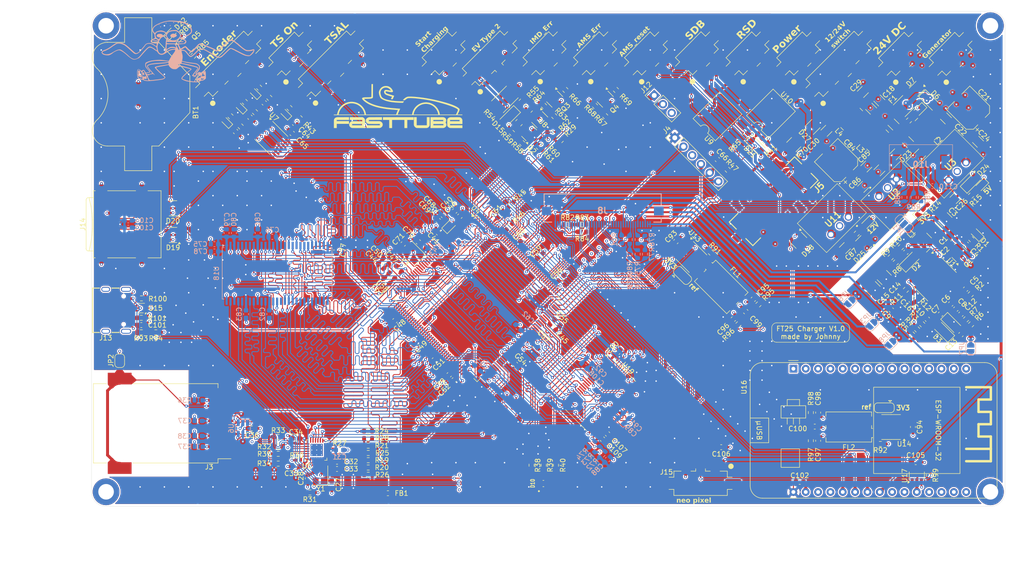
<source format=kicad_pcb>
(kicad_pcb
	(version 20241229)
	(generator "pcbnew")
	(generator_version "9.0")
	(general
		(thickness 1.6238)
		(legacy_teardrops no)
	)
	(paper "A4")
	(layers
		(0 "F.Cu" signal)
		(4 "In1.Cu" power)
		(6 "In2.Cu" power)
		(2 "B.Cu" signal)
		(9 "F.Adhes" user "F.Adhesive")
		(11 "B.Adhes" user "B.Adhesive")
		(13 "F.Paste" user)
		(15 "B.Paste" user)
		(5 "F.SilkS" user "F.Silkscreen")
		(7 "B.SilkS" user "B.Silkscreen")
		(1 "F.Mask" user)
		(3 "B.Mask" user)
		(17 "Dwgs.User" user "User.Drawings")
		(19 "Cmts.User" user "User.Comments")
		(21 "Eco1.User" user "User.Eco1")
		(23 "Eco2.User" user "User.Eco2")
		(25 "Edge.Cuts" user)
		(27 "Margin" user)
		(31 "F.CrtYd" user "F.Courtyard")
		(29 "B.CrtYd" user "B.Courtyard")
		(35 "F.Fab" user)
		(33 "B.Fab" user)
		(39 "User.1" user)
		(41 "User.2" user)
		(43 "User.3" user)
		(45 "User.4" user)
		(47 "User.5" user)
		(49 "User.6" user)
		(51 "User.7" user)
		(53 "User.8" user)
		(55 "User.9" user)
	)
	(setup
		(stackup
			(layer "F.SilkS"
				(type "Top Silk Screen")
			)
			(layer "F.Paste"
				(type "Top Solder Paste")
			)
			(layer "F.Mask"
				(type "Top Solder Mask")
				(thickness 0.01)
			)
			(layer "F.Cu"
				(type "copper")
				(thickness 0.035)
			)
			(layer "dielectric 1"
				(type "prepreg")
				(thickness 0.0994)
				(material "FR4")
				(epsilon_r 4.1)
				(loss_tangent 0.02)
			)
			(layer "In1.Cu"
				(type "copper")
				(thickness 0.035)
			)
			(layer "dielectric 2"
				(type "core")
				(thickness 1.265)
				(material "FR4")
				(epsilon_r 4.5)
				(loss_tangent 0.02)
			)
			(layer "In2.Cu"
				(type "copper")
				(thickness 0.035)
			)
			(layer "dielectric 3"
				(type "prepreg")
				(thickness 0.0994)
				(material "FR4")
				(epsilon_r 4.1)
				(loss_tangent 0.02)
			)
			(layer "B.Cu"
				(type "copper")
				(thickness 0.035)
			)
			(layer "B.Mask"
				(type "Bottom Solder Mask")
				(thickness 0.01)
			)
			(layer "B.Paste"
				(type "Bottom Solder Paste")
			)
			(layer "B.SilkS"
				(type "Bottom Silk Screen")
			)
			(copper_finish "None")
			(dielectric_constraints yes)
		)
		(pad_to_mask_clearance 0)
		(allow_soldermask_bridges_in_footprints no)
		(tenting front back)
		(pcbplotparams
			(layerselection 0x00000000_00000000_55555555_5755f5ff)
			(plot_on_all_layers_selection 0x00000000_00000000_00000000_00000000)
			(disableapertmacros no)
			(usegerberextensions no)
			(usegerberattributes yes)
			(usegerberadvancedattributes yes)
			(creategerberjobfile yes)
			(dashed_line_dash_ratio 12.000000)
			(dashed_line_gap_ratio 3.000000)
			(svgprecision 4)
			(plotframeref no)
			(mode 1)
			(useauxorigin no)
			(hpglpennumber 1)
			(hpglpenspeed 20)
			(hpglpendiameter 15.000000)
			(pdf_front_fp_property_popups yes)
			(pdf_back_fp_property_popups yes)
			(pdf_metadata yes)
			(pdf_single_document no)
			(dxfpolygonmode yes)
			(dxfimperialunits yes)
			(dxfusepcbnewfont yes)
			(psnegative no)
			(psa4output no)
			(plot_black_and_white yes)
			(plotinvisibletext no)
			(sketchpadsonfab no)
			(plotpadnumbers no)
			(hidednponfab no)
			(sketchdnponfab yes)
			(crossoutdnponfab yes)
			(subtractmaskfromsilk no)
			(outputformat 1)
			(mirror no)
			(drillshape 0)
			(scaleselection 1)
			(outputdirectory "Gerber/")
		)
	)
	(net 0 "")
	(net 1 "+3V3_FER")
	(net 2 "Earth")
	(net 3 "/Ethernet/LED_G")
	(net 4 "/Ethernet/LED_Y")
	(net 5 "GND")
	(net 6 "+3V3")
	(net 7 "+5V")
	(net 8 "/Power/3V3_Display")
	(net 9 "Net-(C5-Pad2)")
	(net 10 "Net-(U1-COMP)")
	(net 11 "Net-(U1-C1+)")
	(net 12 "Net-(U1-C1-)")
	(net 13 "Net-(U1-C2+)")
	(net 14 "Net-(U1-C2-)")
	(net 15 "Net-(U1-DRV)")
	(net 16 "Net-(U1-FB1)")
	(net 17 "Net-(U1-REF)")
	(net 18 "Net-(U1-VCOMIN)")
	(net 19 "+24V")
	(net 20 "Net-(U3-VI)")
	(net 21 "Net-(U2-VI)")
	(net 22 "/Peripherals/V_{ref2}")
	(net 23 "Net-(D1-A)")
	(net 24 "Net-(D15-K)")
	(net 25 "/IEC_Charging_Circuit/CP")
	(net 26 "/IEC_Charging_Circuit/PP")
	(net 27 "/Core/EV_Start_Charging")
	(net 28 "/Display/LCD_VGL")
	(net 29 "Net-(Q1-B)")
	(net 30 "Net-(Q2-G)")
	(net 31 "Net-(U1-FB3)")
	(net 32 "Net-(U1-FB2)")
	(net 33 "/IEC_Charging_Circuit/PWM_SENSE")
	(net 34 "/Core/Charging_Point_PWM")
	(net 35 "/Core/~{IMD_Error_LED}")
	(net 36 "/SDRAM/D9")
	(net 37 "/SDRAM/A11")
	(net 38 "/Core/~{AMS_Error_LED}")
	(net 39 "/SDRAM/D0")
	(net 40 "unconnected-(U4B-PC13-Pad8)")
	(net 41 "unconnected-(U4B-PD4-Pad146)")
	(net 42 "/Core/PCAP_RST")
	(net 43 "/Display/B5")
	(net 44 "unconnected-(U4B-PD13-Pad101)")
	(net 45 "/SDRAM/D14")
	(net 46 "/SDRAM/D2")
	(net 47 "/SDRAM/D4")
	(net 48 "/Core/OSC_in")
	(net 49 "/Core/SWCLK")
	(net 50 "unconnected-(U4B-PG3-Pad107)")
	(net 51 "/Display/R2")
	(net 52 "/SDRAM/A3")
	(net 53 "/SDRAM/D13")
	(net 54 "/Core/LCD_Reset")
	(net 55 "/Display/R0")
	(net 56 "/SDRAM/A2")
	(net 57 "/Display/R7")
	(net 58 "/Display/B4")
	(net 59 "/Core/AMS_Reset_in")
	(net 60 "/Core/AMS_Reset_out")
	(net 61 "/Core/SDC_out")
	(net 62 "/SDRAM/A0")
	(net 63 "unconnected-(U4B-PF8-Pad26)")
	(net 64 "/SDRAM/SDNE0")
	(net 65 "/Core/SWDIO")
	(net 66 "/SDRAM/A10")
	(net 67 "unconnected-(U4B-PH15-Pad130)")
	(net 68 "/Display/G0")
	(net 69 "/SDRAM/BA0")
	(net 70 "/Ethernet/RMII_TX_EN")
	(net 71 "/Core/NRST")
	(net 72 "/SDRAM/D12")
	(net 73 "/SDRAM/NBL0")
	(net 74 "/Display/B0")
	(net 75 "/Core/RMII_nRST")
	(net 76 "/Display/G2")
	(net 77 "/Display/R1")
	(net 78 "unconnected-(U4B-PI9-Pad11)")
	(net 79 "/SDRAM/SDNWE")
	(net 80 "/Ethernet/RMII_RXD1")
	(net 81 "/SDRAM/A9")
	(net 82 "/SDRAM/D11")
	(net 83 "unconnected-(U4B-PH12-Pad89)")
	(net 84 "/Display/DE")
	(net 85 "/Display/G3")
	(net 86 "/Display/CLK")
	(net 87 "/Peripherals/USART_RX")
	(net 88 "unconnected-(U4B-PD3-Pad145)")
	(net 89 "unconnected-(U4B-PI3-Pad134)")
	(net 90 "/Peripherals/USB_OTG_VBUS")
	(net 91 "/SDRAM/A4")
	(net 92 "/Display/B3")
	(net 93 "/Peripherals/SDMMC_D0")
	(net 94 "/SDRAM/D15")
	(net 95 "/SDRAM/D3")
	(net 96 "/Display/G4")
	(net 97 "/SDRAM/A7")
	(net 98 "unconnected-(U4E-PG2-Pad106)")
	(net 99 "Net-(U4F-BOOT0)")
	(net 100 "unconnected-(U4B-PD7-Pad151)")
	(net 101 "/Display/G7")
	(net 102 "/Core/LED_B")
	(net 103 "/Ethernet/RMII_MDIO")
	(net 104 "/Display/G1")
	(net 105 "/Display/R6")
	(net 106 "/SDRAM/D6")
	(net 107 "/SDRAM/A1")
	(net 108 "/SDRAM/D8")
	(net 109 "/Display/B6")
	(net 110 "/Display/R4")
	(net 111 "/Core/OSC_out")
	(net 112 "unconnected-(U4B-PF6-Pad24)")
	(net 113 "/SDRAM/A5")
	(net 114 "/Display/G6")
	(net 115 "/Peripherals/ESP_RX")
	(net 116 "unconnected-(U4B-PF9-Pad27)")
	(net 117 "/Display/G5")
	(net 118 "/Core/LED_G")
	(net 119 "/Display/R5")
	(net 120 "unconnected-(U4B-PF7-Pad25)")
	(net 121 "/Ethernet/RMII_TXD1")
	(net 122 "/SDRAM/D5")
	(net 123 "/Peripherals/SDMMC_CMD")
	(net 124 "/SDRAM/D1")
	(net 125 "Net-(U4A-VREF+)")
	(net 126 "/Display/B1")
	(net 127 "/Display/B7")
	(net 128 "unconnected-(U4B-PD11-Pad99)")
	(net 129 "/Ethernet/RMII_MDC")
	(net 130 "unconnected-(U4B-PD12-Pad100)")
	(net 131 "/Core/OSC32_in")
	(net 132 "/SDRAM/SDCLK")
	(net 133 "/Peripherals/USART_TX")
	(net 134 "unconnected-(U4B-PA10-Pad121)")
	(net 135 "/Core/LED_R")
	(net 136 "/SDRAM/SDCKE0")
	(net 137 "/Ethernet/RMII_RXD0")
	(net 138 "unconnected-(U4B-PH11-Pad88)")
	(net 139 "/Ethernet/RMII_CRS_DV")
	(net 140 "/Core/TRACESWO")
	(net 141 "/Display/HSYNC")
	(net 142 "/Ethernet/RMII_TXD0")
	(net 143 "/SDRAM/D10")
	(net 144 "/SDRAM/SDNCAS")
	(net 145 "/Display/R3")
	(net 146 "/Core/OSC32_out")
	(net 147 "/Display/VSYNC")
	(net 148 "/SDRAM/D7")
	(net 149 "unconnected-(U4B-PG9-Pad152)")
	(net 150 "/SDRAM/BA1")
	(net 151 "/SDRAM/SDNRAS")
	(net 152 "/SDRAM/A6")
	(net 153 "/SDRAM/NBL1")
	(net 154 "/Display/B2")
	(net 155 "/Ethernet/RMII_REF_CLK")
	(net 156 "/SDRAM/A8")
	(net 157 "unconnected-(U4B-PB2-Pad58)")
	(net 158 "/Ethernet/XTAL2")
	(net 159 "/Ethernet/XTAL1")
	(net 160 "/Peripherals/ESP_TX")
	(net 161 "/Peripherals/STM_CAN_TX")
	(net 162 "/Peripherals/STM_CAN_RX")
	(net 163 "/Peripherals/SDMMC_CK")
	(net 164 "/Peripherals/ESP_CAN_RX")
	(net 165 "/SDC_and_SCS/RSD_in")
	(net 166 "/SDC_and_SCS/RSD_out")
	(net 167 "/Peripherals/ESP_CAN_TX")
	(net 168 "/Display/LCD_VGH")
	(net 169 "Net-(D5-A)")
	(net 170 "Net-(D9-A)")
	(net 171 "/Core/SDC_in")
	(net 172 "Net-(Q3-G)")
	(net 173 "Net-(Q4-G)")
	(net 174 "/Core/SDC_enable")
	(net 175 "/Display/I2C_SDA")
	(net 176 "/Display/I2C_SCL")
	(net 177 "/Display/LCD_SELB")
	(net 178 "VDD")
	(net 179 "/Display/LCD_STBYB")
	(net 180 "Net-(J1-Pin_1)")
	(net 181 "/Display/LCD_U{slash}D")
	(net 182 "/Display/LCD_L{slash}R")
	(net 183 "/Display/RXIN0-")
	(net 184 "/Display/RXCLKIN+")
	(net 185 "/Display/RXIN0+")
	(net 186 "/Display/RXIN2-")
	(net 187 "/Display/RXIN1-")
	(net 188 "/Display/RXIN2+")
	(net 189 "/Display/RXIN3+")
	(net 190 "/Display/RXIN3-")
	(net 191 "/Display/RXIN1+")
	(net 192 "/Display/RXCLKIN-")
	(net 193 "Net-(J2-Pin_1)")
	(net 194 "Net-(U4F-PDR_ON)")
	(net 195 "/Peripherals/SDMMC_D1")
	(net 196 "/Peripherals/SDMMC_D2")
	(net 197 "/Peripherals/SDMMC_D3")
	(net 198 "/Core/SDC_Voltage")
	(net 199 "/Core/TSAL_Green")
	(net 200 "/Core/TS_on")
	(net 201 "/Peripherals/USB_OTG_DP")
	(net 202 "/Peripherals/USB_OTG_DN")
	(net 203 "/Peripherals/D-")
	(net 204 "/Peripherals/D+")
	(net 205 "/Core/PCAP_Int")
	(net 206 "/Display/LCD_VDD")
	(net 207 "/Core/Encoder_push")
	(net 208 "/Core/Encoder_A")
	(net 209 "/Core/Encoder_B")
	(net 210 "/Ethernet/RXN")
	(net 211 "/Ethernet/TXN")
	(net 212 "/Ethernet/RXP")
	(net 213 "/Ethernet/TXP")
	(net 214 "/Core/SDC_on")
	(net 215 "/Core/EncB_on")
	(net 216 "/Core/EncPush_on")
	(net 217 "/Core/EncA_on")
	(net 218 "Net-(D16-A)")
	(net 219 "Net-(D16-K)")
	(net 220 "Net-(D17-K)")
	(net 221 "Net-(D17-A)")
	(net 222 "/Display/LCD_AVDD")
	(net 223 "/Display/VCOM")
	(net 224 "Net-(D7-K)")
	(net 225 "unconnected-(U4B-PH9-Pad86)")
	(net 226 "unconnected-(U4B-PH6-Pad83)")
	(net 227 "unconnected-(U4B-PH7-Pad84)")
	(net 228 "Net-(D3-A)")
	(net 229 "Net-(J13-CC2)")
	(net 230 "Net-(U5-VDDCR)")
	(net 231 "Net-(C39-Pad1)")
	(net 232 "Net-(C45-Pad1)")
	(net 233 "Net-(D11-K)")
	(net 234 "Net-(D12-K)")
	(net 235 "Net-(D13-K)")
	(net 236 "Net-(D14-K)")
	(net 237 "Net-(U15-VBUS)")
	(net 238 "Net-(D2-A)")
	(net 239 "Net-(D8-A)")
	(net 240 "Net-(D10-BK)")
	(net 241 "Net-(D10-GK)")
	(net 242 "Net-(D10-RK)")
	(net 243 "Net-(D11-A)")
	(net 244 "Net-(U13-CANH)")
	(net 245 "Net-(U13-CANL)")
	(net 246 "Net-(U14-CANH)")
	(net 247 "Net-(U14-CANL)")
	(net 248 "Net-(J3-Pad11)")
	(net 249 "Net-(J3-Pad2)")
	(net 250 "unconnected-(J3-NC-Pad9)")
	(net 251 "Net-(J5-Pin_2)")
	(net 252 "Net-(J13-CC1)")
	(net 253 "unconnected-(J13-SBU2-PadB8)")
	(net 254 "unconnected-(J13-SBU1-PadA8)")
	(net 255 "Net-(Q2-D)")
	(net 256 "Net-(R29-Pad1)")
	(net 257 "Net-(J15-Pin_2)")
	(net 258 "Net-(JP4-C)")
	(net 259 "Net-(JP5-C)")
	(net 260 "Net-(R3-Pad2)")
	(net 261 "Net-(R8-Pad2)")
	(net 262 "/Peripherals/V_{ref1}")
	(net 263 "Net-(U5-RXD0{slash}MODE0)")
	(net 264 "Net-(U5-RXD1{slash}MODE1)")
	(net 265 "Net-(U5-CRS_DV{slash}MODE2)")
	(net 266 "Net-(U5-~{INT}{slash}REFCLKO)")
	(net 267 "Net-(U5-RXER{slash}PHYAD0)")
	(net 268 "Net-(U5-RBIAS)")
	(net 269 "Net-(U8--)")
	(net 270 "Net-(R65-Pad1)")
	(net 271 "Net-(R70-Pad2)")
	(net 272 "V_{In}")
	(net 273 "Net-(R75-Pad2)")
	(net 274 "Net-(U13-Rs)")
	(net 275 "Net-(U14-Rs)")
	(net 276 "Net-(U16-D21)")
	(net 277 "unconnected-(U7-Pad12)")
	(net 278 "unconnected-(U7-Pad10)")
	(net 279 "unconnected-(U9-Pad3)")
	(net 280 "unconnected-(U10-Pad3)")
	(net 281 "unconnected-(U10-Pad5)")
	(net 282 "unconnected-(U16-D26-Pad7)")
	(net 283 "unconnected-(U16-D2-Pad27)")
	(net 284 "unconnected-(U16-VIN-Pad1)")
	(net 285 "unconnected-(U16-D34-Pad12)")
	(net 286 "unconnected-(U16-D39{slash}VN-Pad13)")
	(net 287 "unconnected-(U16-D19-Pad21)")
	(net 288 "unconnected-(U16-D36{slash}VP-Pad14)")
	(net 289 "unconnected-(U16-TX0{slash}D1-Pad18)")
	(net 290 "unconnected-(U16-D14-Pad5)")
	(net 291 "unconnected-(U16-D25-Pad8)")
	(net 292 "unconnected-(U16-D15-Pad28)")
	(net 293 "unconnected-(U16-D13-Pad3)")
	(net 294 "unconnected-(U16-D23-Pad16)")
	(net 295 "unconnected-(U16-D27-Pad6)")
	(net 296 "unconnected-(U16-EN-Pad15)")
	(net 297 "unconnected-(U16-D33-Pad9)")
	(net 298 "unconnected-(U16-D22-Pad17)")
	(net 299 "unconnected-(U16-D35-Pad11)")
	(net 300 "unconnected-(U16-D18-Pad22)")
	(net 301 "unconnected-(U16-D12-Pad4)")
	(net 302 "unconnected-(U16-D32-Pad10)")
	(net 303 "unconnected-(U16-RX0{slash}D3-Pad19)")
	(net 304 "unconnected-(U17-NC-Pad1)")
	(net 305 "Net-(BT1-+)")
	(net 306 "VBAT")
	(net 307 "Net-(D22-A)")
	(net 308 "Net-(Q5-G)")
	(net 309 "unconnected-(U18-NC-Pad40)")
	(net 310 "unconnected-(U18-NC-Pad36)")
	(net 311 "Net-(U11-VI)")
	(net 312 "Net-(D25-K)")
	(net 313 "Net-(D26-A)")
	(net 314 "+12V")
	(net 315 "unconnected-(J8-Pin_37-Pad37)")
	(net 316 "unconnected-(J8-Pin_23-Pad23)")
	(net 317 "unconnected-(J8-Pin_26-Pad26)")
	(net 318 "Net-(J8-Pin_35)")
	(net 319 "unconnected-(J8-Pin_27-Pad27)")
	(net 320 "unconnected-(J8-Pin_24-Pad24)")
	(net 321 "Net-(J8-Pin_38)")
	(net 322 "unconnected-(J8-Pin_4-Pad4)")
	(net 323 "Net-(J8-Pin_29)")
	(net 324 "Net-(J8-Pin_1)")
	(net 325 "unconnected-(J8-Pin_36-Pad36)")
	(net 326 "Net-(U19-CLKSEL)")
	(net 327 "Net-(U19-~{SHTDN})")
	(net 328 "Net-(R76-Pad2)")
	(net 329 "/Core/CAN+")
	(net 330 "/Core/CAN-")
	(footprint "Capacitor_SMD:C_1206_3216Metric" (layer "F.Cu") (at 218.05 68.997055 -45))
	(footprint "Capacitor_SMD:C_0603_1608Metric" (layer "F.Cu") (at 217.599138 91.659104 45))
	(footprint "Package_SO:SOIC-8_3.9x4.9mm_P1.27mm" (layer "F.Cu") (at 214.55 127.660001 180))
	(footprint "Resistor_SMD:R_0603_1608Metric" (layer "F.Cu") (at 106.95 137.5))
	(footprint "Capacitor_SMD:C_0603_1608Metric" (layer "F.Cu") (at 158.3 112.25 45))
	(footprint "Capacitor_SMD:C_1206_3216Metric" (layer "F.Cu") (at 232.45 68.897055 -45))
	(footprint "Capacitor_SMD:C_0603_1608Metric" (layer "F.Cu") (at 91.3 67.197055 135))
	(footprint "Package_TO_SOT_SMD:SOT-23" (layer "F.Cu") (at 69.49055 49.123915 45))
	(footprint "Capacitor_SMD:C_0603_1608Metric" (layer "F.Cu") (at 218.670709 101.512049 -45))
	(footprint "Charger:ESP32-WROOM-32-DevKit-30Pin" (layer "F.Cu") (at 194.45 115.650001 -90))
	(footprint "LED_SMD:LED_0603_1608Metric" (layer "F.Cu") (at 66.35 46.55 45))
	(footprint "Inductor_SMD:L_Wuerth_WE-PD2-Typ-MS" (layer "F.Cu") (at 211.8 68.697055 -45))
	(footprint "Package_TO_SOT_SMD:SOT-23-3" (layer "F.Cu") (at 155.728751 60.125806 -45))
	(footprint "Resistor_SMD:R_0603_1608Metric" (layer "F.Cu") (at 88.425 131.675 180))
	(footprint "Package_DIP:SMDIP-6_W9.53mm" (layer "F.Cu") (at 178.828751 63.675806 135))
	(footprint "FaSTTUBe_connectors:Micro_Mate-N-Lok_2p_vertical" (layer "F.Cu") (at 226.8 50.8 -135))
	(footprint "Resistor_SMD:R_0603_1608Metric" (layer "F.Cu") (at 187.260986 102.407037 45))
	(footprint "Resistor_SMD:R_0603_1608Metric" (layer "F.Cu") (at 60.2725 101.16 180))
	(footprint "Diode_SMD:D_SOD-123" (layer "F.Cu") (at 222.6 60.547055 -45))
	(footprint "Package_SO:TSSOP-56_6.1x14mm_P0.5mm" (layer "F.Cu") (at 154.773231 121.177037 -45))
	(footprint "Inductor_SMD:L_0603_1608Metric" (layer "F.Cu") (at 111 141.3 180))
	(footprint "Resistor_SMD:R_0603_1608Metric" (layer "F.Cu") (at 60.2475 108.16))
	(footprint "Inductor_SMD:L_Wuerth_WE-PD2-Typ-MS" (layer "F.Cu") (at 221.75 66.297055 45))
	(footprint "LED_SMD:LED_0603_1608Metric" (layer "F.Cu") (at 220.356847 62.390208 -135))
	(footprint "Capacitor_SMD:CP_Elec_6.3x7.7" (layer "F.Cu") (at 230.75 62.247055 135))
	(footprint "Capacitor_SMD:C_0603_1608Metric"
		(layer "F.Cu")
		(uuid "1d844bf8-48e4-4879-b840-b8f1bbda8b2e")
		(at 199.55 124.685001 90)
		(descr "Capacitor SMD 0603 (1608 Metric), square (rectangular) end terminal, IPC_7351 nominal, (Body size source: IPC-SM-782 page 76, https://www.pcb-3d.com/wordpress/wp-content/uploads/ipc-sm-782a_amendment_1_and_2.pdf), generated with kicad-footprint-generator")
		(tags "capacitor")
		(property "Reference" "C98"
			(at 2.890001 0 90)
			(layer "F.SilkS")
			(uuid "d5c71e0f-6198-475f-aa28-d888e2e68b9b")
			(effects
				(font
					(size 1 1)
					(thickness 0.15)
				)
			)
		)
		(property "Value" "100p"
			(at 0 1.43 90)
			(layer "F.Fab")
			(uuid "67249af2-27f7-4ffb-82ba-0f26a698a57b")
			(effects
				(font
					(size 1 1)
					(thickness 0.15)
				)
			)
		)
		(property "Datasheet" ""
			(at 0 0 90)
			(unlocked yes)
			(layer "F.Fab")
			(hide yes)
			(uuid "0a19e9b6-763f-4913-92f2-02681f2d5ef2")
			(effects
				(font
					(size 1.27 1.27)
					(thickness 0.15)
				)
			)
		)
		(property "Description" "Unpolarized capacitor, small symbol"
			(at 0 0 90)
			(
... [9460759 chars truncated]
</source>
